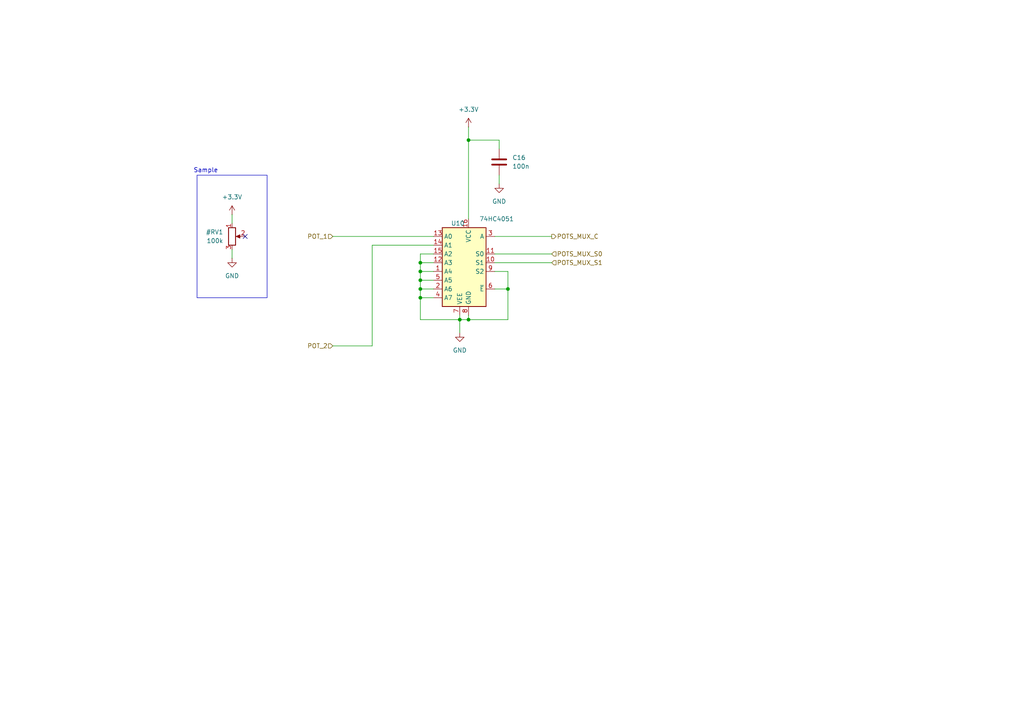
<source format=kicad_sch>
(kicad_sch (version 20250114) (generator "eeschema") (generator_version "9.0")
  (paper "A4")
  (lib_symbols
    (symbol "74xx:74HC4051"
      (property "Reference" "U" (at -5.08 11.43 0))
      (property "Value" "74HC4051" (at -7.62 -13.97 0))
      (symbol "74HC4051_0_1"
        (rectangle (start -5.08 10.16) (end 7.62 -12.7) (stroke (width 0.254)) (fill (type background)))
      )
      (symbol "74HC4051_1_1"
        (pin passive line (at -7.62 7.62 0) (length 2.54) (name "A") (number "3"))
        (pin input line (at -7.62 2.54 0) (length 2.54) (name "S0") (number "11"))
        (pin input line (at -7.62 0 0) (length 2.54) (name "S1") (number "10"))
        (pin input line (at -7.62 -2.54 0) (length 2.54) (name "S2") (number "9"))
        (pin input line (at -7.62 -7.62 0) (length 2.54) (name "~{E}") (number "6"))
        (pin power_in line (at 0 12.7 270) (length 2.54) (name "VCC") (number "16"))
        (pin power_in line (at 0 -15.24 90) (length 2.54) (name "GND") (number "8"))
        (pin power_in line (at 2.54 -15.24 90) (length 2.54) (name "VEE") (number "7"))
        (pin passive line (at 10.16 7.62 180) (length 2.54) (name "A0") (number "13"))
        (pin passive line (at 10.16 5.08 180) (length 2.54) (name "A1") (number "14"))
        (pin passive line (at 10.16 2.54 180) (length 2.54) (name "A2") (number "15"))
        (pin passive line (at 10.16 0 180) (length 2.54) (name "A3") (number "12"))
        (pin passive line (at 10.16 -2.54 180) (length 2.54) (name "A4") (number "1"))
        (pin passive line (at 10.16 -5.08 180) (length 2.54) (name "A5") (number "5"))
        (pin passive line (at 10.16 -7.62 180) (length 2.54) (name "A6") (number "2"))
        (pin passive line (at 10.16 -10.16 180) (length 2.54) (name "A7") (number "4"))
      )
    )
    (symbol "Device:C" (pin_numbers (hide yes)) (pin_names (offset 0.254))
      (property "Reference" "C" (at 0.635 2.54 0))
      (property "Value" "C" (at 0.635 -2.54 0))
      (symbol "C_0_1"
        (polyline (pts (xy -2.032 0.762) (xy 2.032 0.762)) (stroke (width 0.508)))
        (polyline (pts (xy -2.032 -0.762) (xy 2.032 -0.762)) (stroke (width 0.508)))
      )
      (symbol "C_1_1"
        (pin passive line (at 0 3.81 270) (length 2.794) (name "~") (number "1"))
        (pin passive line (at 0 -3.81 90) (length 2.794) (name "~") (number "2"))
      )
    )
    (symbol "Device:R_Potentiometer" (pin_names (offset 1.016) (hide yes))
      (property "Reference" "RV" (at -4.445 0 90))
      (property "Value" "R_Potentiometer" (at -2.54 0 90))
      (symbol "R_Potentiometer_0_1"
        (rectangle (start 1.016 2.54) (end -1.016 -2.54) (stroke (width 0.254)))
        (polyline (pts (xy 1.143 0) (xy 2.286 0.508) (xy 2.286 -0.508) (xy 1.143 0)) (fill (type outline)))
        (polyline (pts (xy 2.54 0) (xy 1.524 0)))
      )
      (symbol "R_Potentiometer_1_1"
        (pin passive line (at 0 3.81 270) (length 1.27) (name "1") (number "1"))
        (pin passive line (at 0 -3.81 90) (length 1.27) (name "3") (number "3"))
        (pin passive line (at 3.81 0 180) (length 1.27) (name "2") (number "2"))
      )
    )
    (symbol "power:+3.3V" (power) (pin_numbers (hide yes)) (pin_names (offset 0) (hide yes))
      (property "Value" "+3.3V" (at 0 3.556 0))
      (symbol "+3.3V_0_1"
        (polyline (pts (xy -0.762 1.27) (xy 0 2.54)))
        (polyline (pts (xy 0 2.54) (xy 0.762 1.27)))
        (polyline (pts (xy 0 0) (xy 0 2.54)))
      )
      (symbol "+3.3V_1_1"
        (pin power_in line (at 0 0 90) (length 0) (name "~") (number "1"))
      )
    )
    (symbol "power:GND" (power) (pin_numbers (hide yes)) (pin_names (offset 0) (hide yes))
      (property "Value" "GND" (at 0 -3.81 0))
      (symbol "GND_0_1"
        (polyline (pts (xy 0 0) (xy 0 -1.27) (xy 1.27 -1.27) (xy 0 -2.54) (xy -1.27 -1.27) (xy 0 -1.27)))
      )
      (symbol "GND_1_1"
        (pin power_in line (at 0 0 270) (length 0) (name "~") (number "1"))
      )
    )
  )
  (rectangle (start 57.15 50.8) (end 77.47 86.36))
  (text "Sample" (at 59.69 49.53 0) (effects (font (size 1.27 1.27))))
  (junction (at 133.35 92.71))
  (junction (at 135.89 92.71))
  (junction (at 147.32 83.82))
  (junction (at 121.92 76.2))
  (junction (at 121.92 78.74))
  (junction (at 121.92 83.82))
  (junction (at 121.92 86.36))
  (junction (at 135.89 40.64))
  (junction (at 121.92 81.28))
  (no_connect (at 71.12 68.58))
  (wire (pts (xy 107.95 71.12) (xy 125.73 71.12)))
  (wire (pts (xy 121.92 86.36) (xy 121.92 92.71)))
  (wire (pts (xy 96.52 100.33) (xy 107.95 100.33)))
  (wire (pts (xy 143.51 68.58) (xy 160.02 68.58)))
  (wire (pts (xy 135.89 36.83) (xy 135.89 40.64)))
  (wire (pts (xy 67.31 72.39) (xy 67.31 74.93)))
  (wire (pts (xy 107.95 100.33) (xy 107.95 71.12)))
  (wire (pts (xy 121.92 83.82) (xy 121.92 86.36)))
  (wire (pts (xy 96.52 68.58) (xy 125.73 68.58)))
  (wire (pts (xy 143.51 78.74) (xy 147.32 78.74)))
  (wire (pts (xy 121.92 76.2) (xy 121.92 78.74)))
  (wire (pts (xy 121.92 81.28) (xy 121.92 83.82)))
  (wire (pts (xy 135.89 92.71) (xy 133.35 92.71)))
  (wire (pts (xy 125.73 73.66) (xy 121.92 73.66)))
  (wire (pts (xy 135.89 91.44) (xy 135.89 92.71)))
  (wire (pts (xy 125.73 76.2) (xy 121.92 76.2)))
  (wire (pts (xy 121.92 92.71) (xy 133.35 92.71)))
  (wire (pts (xy 144.78 53.34) (xy 144.78 50.8)))
  (wire (pts (xy 143.51 83.82) (xy 147.32 83.82)))
  (wire (pts (xy 121.92 73.66) (xy 121.92 76.2)))
  (wire (pts (xy 135.89 40.64) (xy 135.89 63.5)))
  (wire (pts (xy 144.78 40.64) (xy 135.89 40.64)))
  (wire (pts (xy 121.92 83.82) (xy 125.73 83.82)))
  (wire (pts (xy 147.32 92.71) (xy 135.89 92.71)))
  (wire (pts (xy 147.32 83.82) (xy 147.32 92.71)))
  (wire (pts (xy 143.51 73.66) (xy 160.02 73.66)))
  (wire (pts (xy 143.51 76.2) (xy 160.02 76.2)))
  (wire (pts (xy 121.92 86.36) (xy 125.73 86.36)))
  (wire (pts (xy 121.92 78.74) (xy 121.92 81.28)))
  (wire (pts (xy 67.31 62.23) (xy 67.31 64.77)))
  (wire (pts (xy 133.35 92.71) (xy 133.35 91.44)))
  (wire (pts (xy 133.35 92.71) (xy 133.35 96.52)))
  (wire (pts (xy 144.78 43.18) (xy 144.78 40.64)))
  (wire (pts (xy 125.73 78.74) (xy 121.92 78.74)))
  (wire (pts (xy 121.92 81.28) (xy 125.73 81.28)))
  (wire (pts (xy 147.32 78.74) (xy 147.32 83.82)))
  (hierarchical_label "POTS_MUX_S0" (shape input) (at 160.02 73.66 0))
  (hierarchical_label "POTS_MUX_C" (shape output) (at 160.02 68.58 0))
  (hierarchical_label "POTS_MUX_S1" (shape input) (at 160.02 76.2 0))
  (hierarchical_label "POT_2" (shape input) (at 96.52 100.33 180))
  (hierarchical_label "POT_1" (shape input) (at 96.52 68.58 180))
  (symbol (lib_id "Device:C") (at 144.78 46.99 0) (unit 1)
    (property "Reference" "C16" (at 148.59 45.72 0) (effects (justify left)))
    (property "Value" "100n" (at 148.59 48.26 0) (effects (justify left)))
    (property "Footprint" "Capacitor_SMD:C_0603_1608Metric" (effects (hide yes)))
    (property "LCSC" "C14663" (effects (hide yes)))
    (property "Vendor" "JLCPCB" (effects (hide yes)))
    (property "CHECKED" "YES" (effects (hide yes)))
  )
  (symbol (lib_id "Device:R_Potentiometer") (at 67.31 68.58 0) (unit 1)
    (property "Reference" "#RV1" (at 64.77 67.3099 0) (effects (justify right)))
    (property "Value" "100k" (at 64.77 69.8499 0) (effects (justify right)))
    (property "Description" "Potentiometer" (effects (hide yes)))
  )
  (symbol (lib_id "power:+3.3V") (at 67.31 62.23 0) (unit 1)
    (property "Reference" "#PWR065" (effects (hide yes)))
    (property "Value" "+3.3V" (at 67.31 57.15 0))
    (property "Description" "Power symbol creates a global label with name \"+3.3V\"" (effects (hide yes)))
  )
  (symbol (lib_id "74xx:74HC4051") (at 135.89 76.2 0) (mirror y) (unit 1)
    (property "Reference" "U10" (at 130.81 64.77 0) (effects (justify right)))
    (property "Value" "74HC4051" (at 139.0081 63.5 0) (effects (justify right)))
    (property "Footprint" "Package_SO:SOIC-16_3.9x9.9mm_P1.27mm" (effects (hide yes)))
    (property "Datasheet" "http://www.ti.com/lit/ds/symlink/cd74hc4051.pdf" (effects (hide yes)))
    (property "Description" "8-channel analog multiplexer/demultiplexer, DIP-16/SOIC-16/TSSOP-16" (effects (hide yes)))
    (property "LCSC" "C9386" (effects (hide yes)))
    (property "Vendor" "JLCPCB" (effects (hide yes)))
    (property "CHECKED" "YES" (effects (hide yes)))
  )
  (symbol (lib_id "power:GND") (at 67.31 74.93 0) (unit 1)
    (property "Reference" "#PWR059" (effects (hide yes)))
    (property "Value" "GND" (at 67.31 80.01 0))
    (property "Description" "Power symbol creates a global label with name \"GND\" , ground" (effects (hide yes)))
  )
  (symbol (lib_id "power:GND") (at 133.35 96.52 0) (unit 1)
    (property "Reference" "#PWR058" (effects (hide yes)))
    (property "Value" "GND" (at 133.35 101.6 0))
    (property "Description" "Power symbol creates a global label with name \"GND\" , ground" (effects (hide yes)))
  )
  (symbol (lib_id "power:+3.3V") (at 135.89 36.83 0) (unit 1)
    (property "Reference" "#PWR068" (effects (hide yes)))
    (property "Value" "+3.3V" (at 135.89 31.75 0))
    (property "Description" "Power symbol creates a global label with name \"+3.3V\"" (effects (hide yes)))
  )
  (symbol (lib_id "power:GND") (at 144.78 53.34 0) (unit 1)
    (property "Reference" "#PWR060" (effects (hide yes)))
    (property "Value" "GND" (at 144.78 58.42 0))
    (property "Description" "Power symbol creates a global label with name \"GND\" , ground" (effects (hide yes)))
  )
)
</source>
